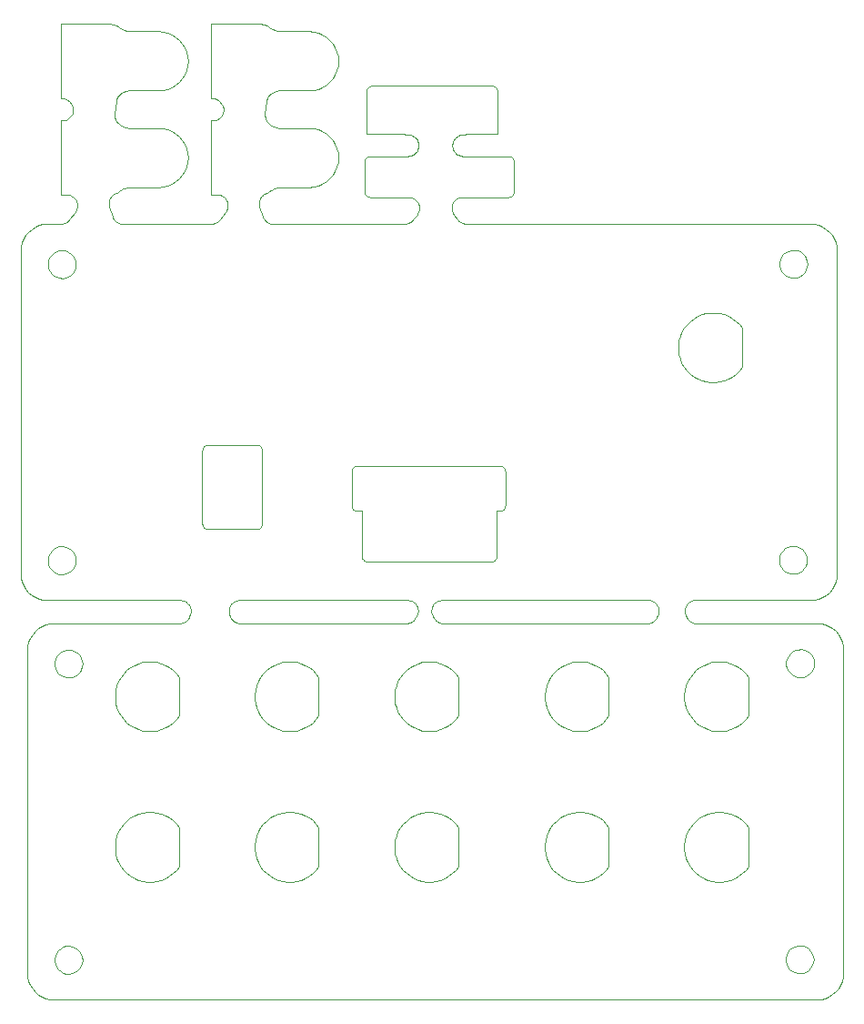
<source format=gko>
%MOIN*%
%OFA0B0*%
%FSLAX44Y44*%
%IPPOS*%
%LPD*%
%ADD10C,0*%
D10*
X00001291Y00015575D02*
X00001291Y00015575D01*
X00001180Y00015581D01*
X00001074Y00015611D01*
X00000976Y00015662D01*
X00000892Y00015734D01*
X00000825Y00015822D01*
X00000778Y00015923D01*
X00000754Y00016031D01*
X00000754Y00016141D01*
X00000778Y00016250D01*
X00000825Y00016350D01*
X00000892Y00016438D01*
X00000976Y00016510D01*
X00001074Y00016562D01*
X00001180Y00016591D01*
X00001291Y00016597D01*
X00001400Y00016579D01*
X00001503Y00016538D01*
X00001595Y00016476D01*
X00001671Y00016396D01*
X00001728Y00016301D01*
X00001763Y00016196D01*
X00001775Y00016086D01*
X00001763Y00015976D01*
X00001728Y00015871D01*
X00001671Y00015776D01*
X00001595Y00015696D01*
X00001503Y00015634D01*
X00001400Y00015593D01*
X00001291Y00015575D01*
X00028094Y00015591D02*
X00028094Y00015591D01*
X00027984Y00015597D01*
X00027877Y00015626D01*
X00027779Y00015678D01*
X00027695Y00015750D01*
X00027628Y00015838D01*
X00027581Y00015938D01*
X00027558Y00016047D01*
X00027558Y00016157D01*
X00027581Y00016265D01*
X00027628Y00016366D01*
X00027695Y00016454D01*
X00027779Y00016525D01*
X00027877Y00016577D01*
X00027984Y00016607D01*
X00028094Y00016613D01*
X00028203Y00016595D01*
X00028306Y00016554D01*
X00028398Y00016492D01*
X00028474Y00016412D01*
X00028531Y00016317D01*
X00028566Y00016212D01*
X00028578Y00016102D01*
X00028566Y00015992D01*
X00028531Y00015887D01*
X00028474Y00015792D01*
X00028398Y00015712D01*
X00028306Y00015650D01*
X00028203Y00015609D01*
X00028094Y00015591D01*
X00012460Y00016043D02*
X00012460Y00016043D01*
X00012429Y00016045D01*
X00012399Y00016052D01*
X00012371Y00016064D01*
X00012344Y00016080D01*
X00012321Y00016100D01*
X00012301Y00016124D01*
X00012285Y00016150D01*
X00012273Y00016179D01*
X00012266Y00016209D01*
X00012263Y00016240D01*
X00012263Y00017893D01*
X00012086Y00017893D01*
X00012055Y00017896D01*
X00012025Y00017903D01*
X00011997Y00017915D01*
X00011970Y00017931D01*
X00011947Y00017951D01*
X00011927Y00017974D01*
X00011911Y00018001D01*
X00011899Y00018029D01*
X00011892Y00018059D01*
X00011889Y00018090D01*
X00011889Y00019350D01*
X00011892Y00019381D01*
X00011899Y00019411D01*
X00011911Y00019439D01*
X00011927Y00019466D01*
X00011947Y00019489D01*
X00011970Y00019509D01*
X00011997Y00019525D01*
X00012025Y00019537D01*
X00012055Y00019544D01*
X00012086Y00019547D01*
X00017322Y00019547D01*
X00017353Y00019544D01*
X00017383Y00019537D01*
X00017412Y00019525D01*
X00017438Y00019509D01*
X00017462Y00019489D01*
X00017482Y00019466D01*
X00017498Y00019439D01*
X00017510Y00019411D01*
X00017517Y00019381D01*
X00017519Y00019350D01*
X00017519Y00018090D01*
X00017517Y00018059D01*
X00017510Y00018029D01*
X00017498Y00018001D01*
X00017482Y00017974D01*
X00017462Y00017951D01*
X00017438Y00017931D01*
X00017412Y00017915D01*
X00017383Y00017903D01*
X00017353Y00017896D01*
X00017322Y00017893D01*
X00017204Y00017893D01*
X00017204Y00016240D01*
X00017202Y00016209D01*
X00017195Y00016179D01*
X00017183Y00016150D01*
X00017167Y00016124D01*
X00017147Y00016100D01*
X00017123Y00016080D01*
X00017097Y00016064D01*
X00017068Y00016052D01*
X00017038Y00016045D01*
X00017007Y00016043D01*
X00012460Y00016043D01*
X00008405Y00017224D02*
X00008405Y00017224D01*
X00006614Y00017224D01*
X00006583Y00017226D01*
X00006553Y00017234D01*
X00006524Y00017245D01*
X00006498Y00017262D01*
X00006474Y00017282D01*
X00006454Y00017305D01*
X00006438Y00017331D01*
X00006426Y00017360D01*
X00006419Y00017390D01*
X00006417Y00017421D01*
X00006417Y00020118D01*
X00006419Y00020148D01*
X00006426Y00020178D01*
X00006438Y00020207D01*
X00006454Y00020233D01*
X00006474Y00020257D01*
X00006498Y00020277D01*
X00006524Y00020293D01*
X00006553Y00020305D01*
X00006583Y00020312D01*
X00006614Y00020314D01*
X00008405Y00020314D01*
X00008436Y00020312D01*
X00008466Y00020305D01*
X00008494Y00020293D01*
X00008521Y00020277D01*
X00008544Y00020257D01*
X00008564Y00020233D01*
X00008580Y00020207D01*
X00008592Y00020178D01*
X00008599Y00020148D01*
X00008602Y00020118D01*
X00008602Y00017421D01*
X00008599Y00017390D01*
X00008592Y00017360D01*
X00008580Y00017331D01*
X00008564Y00017305D01*
X00008544Y00017282D01*
X00008521Y00017262D01*
X00008494Y00017245D01*
X00008466Y00017234D01*
X00008436Y00017226D01*
X00008405Y00017224D01*
X00025214Y00022602D02*
X00025214Y00022602D01*
X00025047Y00022602D01*
X00024881Y00022624D01*
X00024719Y00022668D01*
X00024565Y00022732D01*
X00024420Y00022815D01*
X00024287Y00022917D01*
X00024169Y00023036D01*
X00024067Y00023168D01*
X00023983Y00023313D01*
X00023919Y00023468D01*
X00023876Y00023630D01*
X00023854Y00023795D01*
X00023854Y00023963D01*
X00023876Y00024129D01*
X00023919Y00024290D01*
X00023983Y00024445D01*
X00024067Y00024590D01*
X00024169Y00024722D01*
X00024287Y00024841D01*
X00024420Y00024943D01*
X00024565Y00025027D01*
X00024719Y00025091D01*
X00024881Y00025134D01*
X00025047Y00025156D01*
X00025214Y00025156D01*
X00025380Y00025135D01*
X00025541Y00025091D01*
X00025696Y00025028D01*
X00025841Y00024944D01*
X00025974Y00024842D01*
X00026092Y00024724D01*
X00026194Y00024592D01*
X00026194Y00023167D01*
X00026092Y00023034D01*
X00025974Y00022916D01*
X00025841Y00022814D01*
X00025696Y00022731D01*
X00025541Y00022667D01*
X00025380Y00022624D01*
X00025214Y00022602D01*
X00001295Y00026422D02*
X00001295Y00026422D01*
X00001184Y00026428D01*
X00001078Y00026457D01*
X00000980Y00026509D01*
X00000896Y00026581D01*
X00000829Y00026669D01*
X00000782Y00026769D01*
X00000758Y00026877D01*
X00000758Y00026988D01*
X00000782Y00027096D01*
X00000829Y00027196D01*
X00000896Y00027285D01*
X00000980Y00027356D01*
X00001078Y00027408D01*
X00001184Y00027438D01*
X00001295Y00027444D01*
X00001404Y00027426D01*
X00001507Y00027385D01*
X00001599Y00027323D01*
X00001675Y00027242D01*
X00001732Y00027147D01*
X00001767Y00027043D01*
X00001779Y00026933D01*
X00001767Y00026823D01*
X00001732Y00026718D01*
X00001675Y00026623D01*
X00001599Y00026542D01*
X00001507Y00026480D01*
X00001404Y00026439D01*
X00001295Y00026422D01*
X00028110Y00026433D02*
X00028110Y00026433D01*
X00027999Y00026439D01*
X00027893Y00026469D01*
X00027795Y00026521D01*
X00027711Y00026592D01*
X00027644Y00026681D01*
X00027597Y00026781D01*
X00027573Y00026889D01*
X00027573Y00027000D01*
X00027597Y00027108D01*
X00027644Y00027208D01*
X00027711Y00027296D01*
X00027795Y00027368D01*
X00027893Y00027420D01*
X00027999Y00027449D01*
X00028110Y00027455D01*
X00028219Y00027438D01*
X00028322Y00027397D01*
X00028414Y00027334D01*
X00028490Y00027254D01*
X00028547Y00027159D01*
X00028582Y00027054D01*
X00028594Y00026944D01*
X00028582Y00026834D01*
X00028547Y00026729D01*
X00028490Y00026635D01*
X00028414Y00026554D01*
X00028322Y00026492D01*
X00028219Y00026451D01*
X00028110Y00026433D01*
X00003496Y00028409D02*
X00003496Y00028409D01*
X00006740Y00028409D01*
X00006758Y00028409D01*
X00006776Y00028411D01*
X00006794Y00028413D01*
X00006812Y00028416D01*
X00006830Y00028419D01*
X00006848Y00028424D01*
X00006865Y00028429D01*
X00006882Y00028436D01*
X00006899Y00028443D01*
X00006916Y00028450D01*
X00006932Y00028459D01*
X00006947Y00028468D01*
X00006963Y00028478D01*
X00006977Y00028489D01*
X00006992Y00028500D01*
X00007005Y00028512D01*
X00007019Y00028525D01*
X00007031Y00028538D01*
X00007043Y00028552D01*
X00007054Y00028566D01*
X00007266Y00028848D01*
X00007290Y00028884D01*
X00007311Y00028923D01*
X00007326Y00028964D01*
X00007337Y00029006D01*
X00007344Y00029049D01*
X00007345Y00029092D01*
X00007342Y00029136D01*
X00007334Y00029179D01*
X00007321Y00029220D01*
X00007304Y00029260D01*
X00007282Y00029298D01*
X00007257Y00029333D01*
X00007227Y00029366D01*
X00007195Y00029394D01*
X00007159Y00029419D01*
X00007121Y00029440D01*
X00007080Y00029457D01*
X00007038Y00029469D01*
X00006995Y00029476D01*
X00006952Y00029478D01*
X00006736Y00029479D01*
X00006736Y00032191D01*
X00006797Y00032191D01*
X00006845Y00032194D01*
X00006893Y00032203D01*
X00006939Y00032218D01*
X00006983Y00032238D01*
X00007024Y00032263D01*
X00007062Y00032293D01*
X00007095Y00032328D01*
X00007125Y00032367D01*
X00007149Y00032409D01*
X00007168Y00032453D01*
X00007181Y00032499D01*
X00007189Y00032547D01*
X00007190Y00032596D01*
X00007186Y00032644D01*
X00007176Y00032691D01*
X00007160Y00032737D01*
X00007139Y00032780D01*
X00007112Y00032821D01*
X00007081Y00032857D01*
X00007045Y00032890D01*
X00006992Y00032934D01*
X00006981Y00032942D01*
X00006971Y00032950D01*
X00006960Y00032957D01*
X00006948Y00032964D01*
X00006937Y00032971D01*
X00006925Y00032978D01*
X00006913Y00032984D01*
X00006901Y00032989D01*
X00006888Y00032994D01*
X00006876Y00032999D01*
X00006863Y00033003D01*
X00006850Y00033007D01*
X00006837Y00033011D01*
X00006824Y00033014D01*
X00006811Y00033016D01*
X00006797Y00033018D01*
X00006784Y00033020D01*
X00006771Y00033021D01*
X00006757Y00033022D01*
X00006744Y00033022D01*
X00006736Y00033022D01*
X00006736Y00035734D01*
X00008487Y00035734D01*
X00008533Y00035732D01*
X00008578Y00035727D01*
X00008623Y00035719D01*
X00008667Y00035708D01*
X00008711Y00035694D01*
X00008754Y00035678D01*
X00008796Y00035659D01*
X00008836Y00035638D01*
X00008875Y00035614D01*
X00008913Y00035588D01*
X00008946Y00035564D01*
X00008981Y00035543D01*
X00009018Y00035524D01*
X00009055Y00035507D01*
X00009093Y00035493D01*
X00009133Y00035481D01*
X00009173Y00035472D01*
X00009213Y00035465D01*
X00009254Y00035461D01*
X00009295Y00035460D01*
X00010318Y00035460D01*
X00010488Y00035447D01*
X00010653Y00035407D01*
X00010810Y00035342D01*
X00010954Y00035253D01*
X00011084Y00035143D01*
X00011194Y00035014D01*
X00011283Y00034869D01*
X00011348Y00034712D01*
X00011387Y00034547D01*
X00011401Y00034378D01*
X00011387Y00034209D01*
X00011348Y00034044D01*
X00011283Y00033887D01*
X00011194Y00033742D01*
X00011084Y00033613D01*
X00010954Y00033502D01*
X00010810Y00033414D01*
X00010653Y00033349D01*
X00010488Y00033309D01*
X00010318Y00033296D01*
X00010318Y00033296D01*
X00009295Y00033296D01*
X00009255Y00033295D01*
X00009215Y00033291D01*
X00009175Y00033285D01*
X00009136Y00033276D01*
X00009098Y00033265D01*
X00009060Y00033251D01*
X00009024Y00033235D01*
X00008988Y00033217D01*
X00008954Y00033196D01*
X00008939Y00033186D01*
X00008939Y00033186D01*
X00008925Y00033176D01*
X00008912Y00033166D01*
X00008899Y00033155D01*
X00008887Y00033143D01*
X00008875Y00033131D01*
X00008864Y00033119D01*
X00008853Y00033106D01*
X00008843Y00033092D01*
X00008834Y00033079D01*
X00008825Y00033064D01*
X00008816Y00033050D01*
X00008809Y00033035D01*
X00008801Y00033019D01*
X00008795Y00033004D01*
X00008789Y00032988D01*
X00008784Y00032972D01*
X00008780Y00032956D01*
X00008776Y00032939D01*
X00008773Y00032923D01*
X00008771Y00032906D01*
X00008717Y00032432D01*
X00008716Y00032411D01*
X00008715Y00032390D01*
X00008715Y00032369D01*
X00008717Y00032348D01*
X00008720Y00032327D01*
X00008723Y00032306D01*
X00008728Y00032285D01*
X00008735Y00032265D01*
X00008742Y00032245D01*
X00008750Y00032226D01*
X00008759Y00032207D01*
X00008769Y00032188D01*
X00008781Y00032170D01*
X00008793Y00032153D01*
X00008806Y00032136D01*
X00008820Y00032120D01*
X00008835Y00032105D01*
X00008850Y00032091D01*
X00008867Y00032077D01*
X00008884Y00032065D01*
X00008884Y00032065D01*
X00008913Y00032045D01*
X00008946Y00032021D01*
X00008981Y00031999D01*
X00009018Y00031980D01*
X00009055Y00031964D01*
X00009093Y00031949D01*
X00009133Y00031938D01*
X00009173Y00031929D01*
X00009213Y00031922D01*
X00009254Y00031918D01*
X00009295Y00031917D01*
X00010318Y00031917D01*
X00010488Y00031904D01*
X00010653Y00031864D01*
X00010810Y00031799D01*
X00010954Y00031710D01*
X00011084Y00031600D01*
X00011194Y00031471D01*
X00011283Y00031326D01*
X00011348Y00031169D01*
X00011387Y00031004D01*
X00011401Y00030835D01*
X00011387Y00030665D01*
X00011348Y00030500D01*
X00011283Y00030343D01*
X00011194Y00030199D01*
X00011084Y00030069D01*
X00010954Y00029959D01*
X00010810Y00029870D01*
X00010653Y00029805D01*
X00010488Y00029766D01*
X00010318Y00029752D01*
X00010318Y00029753D01*
X00009295Y00029753D01*
X00009255Y00029752D01*
X00009215Y00029748D01*
X00009175Y00029742D01*
X00009136Y00029733D01*
X00009098Y00029721D01*
X00009060Y00029708D01*
X00009024Y00029692D01*
X00008988Y00029673D01*
X00008954Y00029653D01*
X00008921Y00029630D01*
X00008883Y00029603D01*
X00008843Y00029578D01*
X00008802Y00029556D01*
X00008760Y00029536D01*
X00008749Y00029532D01*
X00008722Y00029520D01*
X00008696Y00029507D01*
X00008671Y00029491D01*
X00008647Y00029473D01*
X00008624Y00029454D01*
X00008603Y00029433D01*
X00008584Y00029410D01*
X00008566Y00029386D01*
X00008551Y00029361D01*
X00008537Y00029335D01*
X00008525Y00029308D01*
X00008515Y00029280D01*
X00008508Y00029251D01*
X00008503Y00029222D01*
X00008499Y00029192D01*
X00008498Y00029163D01*
X00008500Y00029133D01*
X00008503Y00029104D01*
X00008509Y00029075D01*
X00008517Y00029046D01*
X00008632Y00028683D01*
X00008640Y00028660D01*
X00008650Y00028637D01*
X00008661Y00028615D01*
X00008674Y00028593D01*
X00008688Y00028573D01*
X00008703Y00028553D01*
X00008719Y00028534D01*
X00008737Y00028517D01*
X00008755Y00028500D01*
X00008775Y00028485D01*
X00008795Y00028471D01*
X00008817Y00028458D01*
X00008839Y00028447D01*
X00008862Y00028437D01*
X00008885Y00028428D01*
X00008909Y00028421D01*
X00008933Y00028416D01*
X00008958Y00028412D01*
X00008983Y00028410D01*
X00009007Y00028409D01*
X00013826Y00028409D01*
X00013826Y00028409D01*
X00013844Y00028409D01*
X00013862Y00028411D01*
X00013880Y00028413D01*
X00013898Y00028416D01*
X00013916Y00028419D01*
X00013933Y00028424D01*
X00013951Y00028429D01*
X00013968Y00028435D01*
X00013984Y00028442D01*
X00014001Y00028450D01*
X00014017Y00028458D01*
X00014032Y00028467D01*
X00014048Y00028477D01*
X00014062Y00028488D01*
X00014076Y00028499D01*
X00014090Y00028510D01*
X00014103Y00028523D01*
X00014116Y00028536D01*
X00014128Y00028549D01*
X00014139Y00028564D01*
X00014287Y00028756D01*
X00014311Y00028793D01*
X00014332Y00028831D01*
X00014348Y00028872D01*
X00014359Y00028914D01*
X00014366Y00028958D01*
X00014367Y00029001D01*
X00014364Y00029045D01*
X00014356Y00029088D01*
X00014344Y00029130D01*
X00014327Y00029170D01*
X00014305Y00029208D01*
X00014279Y00029244D01*
X00014250Y00029276D01*
X00014217Y00029305D01*
X00014181Y00029330D01*
X00014143Y00029351D01*
X00014103Y00029368D01*
X00014061Y00029380D01*
X00014017Y00029387D01*
X00013974Y00029389D01*
X00012559Y00029389D01*
X00012528Y00029392D01*
X00012498Y00029399D01*
X00012469Y00029411D01*
X00012443Y00029427D01*
X00012419Y00029447D01*
X00012399Y00029470D01*
X00012383Y00029497D01*
X00012371Y00029525D01*
X00012364Y00029555D01*
X00012362Y00029586D01*
X00012362Y00030688D01*
X00012364Y00030719D01*
X00012371Y00030749D01*
X00012383Y00030778D01*
X00012399Y00030804D01*
X00012419Y00030828D01*
X00012443Y00030848D01*
X00012469Y00030864D01*
X00012498Y00030876D01*
X00012528Y00030883D01*
X00012559Y00030885D01*
X00013949Y00030885D01*
X00014008Y00030890D01*
X00014066Y00030903D01*
X00014121Y00030925D01*
X00014172Y00030955D01*
X00014218Y00030992D01*
X00014258Y00031036D01*
X00014291Y00031085D01*
X00014317Y00031138D01*
X00014334Y00031195D01*
X00014342Y00031254D01*
X00014341Y00031313D01*
X00014332Y00031372D01*
X00014313Y00031428D01*
X00014287Y00031481D01*
X00014253Y00031530D01*
X00014212Y00031572D01*
X00014165Y00031608D01*
X00014113Y00031637D01*
X00014057Y00031658D01*
X00013999Y00031670D01*
X00013846Y00031689D01*
X00013843Y00031690D01*
X00013841Y00031690D01*
X00013838Y00031690D01*
X00013836Y00031690D01*
X00013833Y00031691D01*
X00013831Y00031691D01*
X00013828Y00031691D01*
X00013826Y00031691D01*
X00013823Y00031691D01*
X00013821Y00031692D01*
X00013818Y00031692D01*
X00013816Y00031692D01*
X00013813Y00031692D01*
X00013811Y00031692D01*
X00013808Y00031692D01*
X00013806Y00031692D01*
X00013803Y00031692D01*
X00013801Y00031692D01*
X00013798Y00031692D01*
X00013796Y00031692D01*
X00012440Y00031692D01*
X00012440Y00033267D01*
X00012443Y00033298D01*
X00012450Y00033328D01*
X00012462Y00033357D01*
X00012478Y00033383D01*
X00012498Y00033406D01*
X00012522Y00033426D01*
X00012548Y00033443D01*
X00012576Y00033454D01*
X00012607Y00033462D01*
X00012637Y00033464D01*
X00017027Y00033464D01*
X00017058Y00033462D01*
X00017088Y00033454D01*
X00017116Y00033443D01*
X00017143Y00033426D01*
X00017166Y00033406D01*
X00017186Y00033383D01*
X00017202Y00033357D01*
X00017214Y00033328D01*
X00017221Y00033298D01*
X00017224Y00033267D01*
X00017224Y00031692D01*
X00016125Y00031692D01*
X00016122Y00031692D01*
X00016120Y00031692D01*
X00016117Y00031692D01*
X00016115Y00031692D01*
X00016112Y00031692D01*
X00016110Y00031692D01*
X00016107Y00031692D01*
X00016105Y00031692D01*
X00016102Y00031692D01*
X00016100Y00031692D01*
X00016097Y00031691D01*
X00016095Y00031691D01*
X00016092Y00031691D01*
X00016090Y00031691D01*
X00016087Y00031691D01*
X00016085Y00031690D01*
X00016082Y00031690D01*
X00016080Y00031690D01*
X00016077Y00031690D01*
X00016075Y00031689D01*
X00015921Y00031670D01*
X00015863Y00031658D01*
X00015808Y00031637D01*
X00015756Y00031608D01*
X00015709Y00031572D01*
X00015668Y00031530D01*
X00015633Y00031481D01*
X00015607Y00031428D01*
X00015589Y00031372D01*
X00015579Y00031313D01*
X00015578Y00031254D01*
X00015587Y00031195D01*
X00015604Y00031138D01*
X00015629Y00031085D01*
X00015662Y00031036D01*
X00015702Y00030992D01*
X00015748Y00030955D01*
X00015799Y00030925D01*
X00015855Y00030903D01*
X00015912Y00030890D01*
X00015971Y00030885D01*
X00017637Y00030885D01*
X00017668Y00030883D01*
X00017698Y00030876D01*
X00017727Y00030864D01*
X00017753Y00030848D01*
X00017776Y00030828D01*
X00017797Y00030804D01*
X00017813Y00030778D01*
X00017825Y00030749D01*
X00017832Y00030719D01*
X00017834Y00030688D01*
X00017834Y00029586D01*
X00017832Y00029555D01*
X00017825Y00029525D01*
X00017813Y00029497D01*
X00017797Y00029470D01*
X00017776Y00029447D01*
X00017753Y00029427D01*
X00017727Y00029411D01*
X00017698Y00029399D01*
X00017668Y00029392D01*
X00017637Y00029389D01*
X00015947Y00029389D01*
X00015903Y00029387D01*
X00015860Y00029380D01*
X00015818Y00029368D01*
X00015777Y00029351D01*
X00015739Y00029330D01*
X00015703Y00029305D01*
X00015670Y00029276D01*
X00015641Y00029244D01*
X00015615Y00029208D01*
X00015594Y00029170D01*
X00015576Y00029130D01*
X00015564Y00029088D01*
X00015556Y00029045D01*
X00015553Y00029001D01*
X00015555Y00028958D01*
X00015561Y00028914D01*
X00015573Y00028872D01*
X00015589Y00028831D01*
X00015609Y00028793D01*
X00015634Y00028756D01*
X00015781Y00028564D01*
X00015792Y00028549D01*
X00015804Y00028536D01*
X00015817Y00028523D01*
X00015830Y00028510D01*
X00015844Y00028499D01*
X00015858Y00028488D01*
X00015873Y00028477D01*
X00015888Y00028467D01*
X00015904Y00028458D01*
X00015920Y00028450D01*
X00015936Y00028442D01*
X00015953Y00028435D01*
X00015970Y00028429D01*
X00015987Y00028424D01*
X00016004Y00028419D01*
X00016022Y00028416D01*
X00016040Y00028413D01*
X00016058Y00028411D01*
X00016076Y00028409D01*
X00016094Y00028409D01*
X00016094Y00028409D01*
X00028692Y00028409D01*
X00028692Y00028409D01*
X00028846Y00028397D01*
X00028995Y00028361D01*
X00029137Y00028302D01*
X00029269Y00028222D01*
X00029386Y00028122D01*
X00029486Y00028005D01*
X00029566Y00027874D01*
X00029625Y00027732D01*
X00029661Y00027582D01*
X00029673Y00027429D01*
X00029673Y00015614D01*
X00029661Y00015460D01*
X00029625Y00015311D01*
X00029566Y00015169D01*
X00029486Y00015037D01*
X00029386Y00014920D01*
X00029269Y00014821D01*
X00029137Y00014740D01*
X00028995Y00014681D01*
X00028846Y00014645D01*
X00028692Y00014633D01*
X00024492Y00014633D01*
X00024452Y00014631D01*
X00024413Y00014625D01*
X00024374Y00014615D01*
X00024337Y00014601D01*
X00024301Y00014584D01*
X00024268Y00014563D01*
X00024236Y00014538D01*
X00024207Y00014511D01*
X00024181Y00014481D01*
X00024158Y00014449D01*
X00024139Y00014414D01*
X00024123Y00014378D01*
X00024111Y00014340D01*
X00024103Y00014301D01*
X00024099Y00014261D01*
X00024098Y00014222D01*
X00024102Y00014182D01*
X00024110Y00014143D01*
X00024122Y00014105D01*
X00024137Y00014068D01*
X00024169Y00014002D01*
X00024179Y00013982D01*
X00024190Y00013963D01*
X00024202Y00013945D01*
X00024216Y00013927D01*
X00024230Y00013911D01*
X00024245Y00013894D01*
X00024261Y00013879D01*
X00024278Y00013865D01*
X00024296Y00013852D01*
X00024314Y00013839D01*
X00024333Y00013828D01*
X00024353Y00013818D01*
X00024373Y00013809D01*
X00024394Y00013801D01*
X00024415Y00013794D01*
X00024436Y00013789D01*
X00024458Y00013785D01*
X00024480Y00013782D01*
X00024502Y00013780D01*
X00024524Y00013779D01*
X00028937Y00013779D01*
X00028937Y00013779D01*
X00029090Y00013767D01*
X00029239Y00013731D01*
X00029382Y00013672D01*
X00029513Y00013592D01*
X00029630Y00013492D01*
X00029730Y00013375D01*
X00029810Y00013244D01*
X00029869Y00013102D01*
X00029905Y00012952D01*
X00029917Y00012799D01*
X00029917Y00000984D01*
X00029905Y00000830D01*
X00029869Y00000681D01*
X00029810Y00000539D01*
X00029730Y00000408D01*
X00029630Y00000291D01*
X00029513Y00000191D01*
X00029382Y00000110D01*
X00029239Y00000051D01*
X00029090Y00000016D01*
X00028937Y00000003D01*
X00000980Y00000000D01*
X00000980Y00000000D01*
X00000826Y00000012D01*
X00000677Y00000047D01*
X00000535Y00000106D01*
X00000404Y00000187D01*
X00000287Y00000287D01*
X00000187Y00000404D01*
X00000106Y00000535D01*
X00000047Y00000677D01*
X00000012Y00000826D01*
X00000000Y00000980D01*
X00000000Y00012799D01*
X00000012Y00012952D01*
X00000047Y00013102D01*
X00000106Y00013244D01*
X00000187Y00013375D01*
X00000287Y00013492D01*
X00000404Y00013592D01*
X00000535Y00013672D01*
X00000677Y00013731D01*
X00000826Y00013767D01*
X00000980Y00013779D01*
X00005579Y00013779D01*
X00005579Y00013779D01*
X00005602Y00013780D01*
X00005626Y00013782D01*
X00005649Y00013785D01*
X00005673Y00013790D01*
X00005695Y00013797D01*
X00005718Y00013804D01*
X00005740Y00013813D01*
X00005761Y00013824D01*
X00005781Y00013835D01*
X00005801Y00013848D01*
X00005820Y00013862D01*
X00005839Y00013877D01*
X00005856Y00013893D01*
X00005872Y00013910D01*
X00005887Y00013928D01*
X00005902Y00013947D01*
X00005915Y00013967D01*
X00005926Y00013988D01*
X00005937Y00014009D01*
X00005946Y00014031D01*
X00005971Y00014094D01*
X00005983Y00014130D01*
X00005991Y00014168D01*
X00005996Y00014206D01*
X00005997Y00014244D01*
X00005995Y00014282D01*
X00005988Y00014319D01*
X00005978Y00014356D01*
X00005965Y00014392D01*
X00005948Y00014426D01*
X00005928Y00014459D01*
X00005905Y00014489D01*
X00005879Y00014517D01*
X00005851Y00014543D01*
X00005820Y00014565D01*
X00005787Y00014585D01*
X00005752Y00014601D01*
X00005716Y00014614D01*
X00005679Y00014623D01*
X00005642Y00014628D01*
X00005603Y00014630D01*
X00005603Y00014630D01*
X00000736Y00014629D01*
X00000736Y00014629D01*
X00000582Y00014641D01*
X00000433Y00014677D01*
X00000291Y00014736D01*
X00000160Y00014817D01*
X00000043Y00014917D01*
X-00000056Y00015034D01*
X-00000137Y00015165D01*
X-00000196Y00015307D01*
X-00000232Y00015456D01*
X-00000244Y00015610D01*
X-00000244Y00027429D01*
X-00000232Y00027582D01*
X-00000196Y00027732D01*
X-00000137Y00027874D01*
X-00000056Y00028005D01*
X00000043Y00028122D01*
X00000160Y00028222D01*
X00000291Y00028302D01*
X00000433Y00028361D01*
X00000582Y00028397D01*
X00000736Y00028409D01*
X00001228Y00028409D01*
X00001228Y00028409D01*
X00001246Y00028409D01*
X00001264Y00028411D01*
X00001282Y00028413D01*
X00001300Y00028416D01*
X00001318Y00028419D01*
X00001336Y00028424D01*
X00001353Y00028429D01*
X00001370Y00028436D01*
X00001387Y00028443D01*
X00001404Y00028450D01*
X00001420Y00028459D01*
X00001436Y00028468D01*
X00001451Y00028478D01*
X00001466Y00028489D01*
X00001480Y00028500D01*
X00001494Y00028512D01*
X00001507Y00028525D01*
X00001519Y00028538D01*
X00001531Y00028552D01*
X00001543Y00028566D01*
X00001754Y00028848D01*
X00001779Y00028884D01*
X00001799Y00028923D01*
X00001814Y00028964D01*
X00001825Y00029006D01*
X00001832Y00029049D01*
X00001833Y00029092D01*
X00001830Y00029136D01*
X00001822Y00029179D01*
X00001809Y00029220D01*
X00001792Y00029260D01*
X00001770Y00029298D01*
X00001745Y00029333D01*
X00001715Y00029366D01*
X00001683Y00029394D01*
X00001647Y00029419D01*
X00001609Y00029440D01*
X00001568Y00029457D01*
X00001527Y00029469D01*
X00001484Y00029476D01*
X00001440Y00029478D01*
X00001224Y00029479D01*
X00001224Y00032191D01*
X00001285Y00032191D01*
X00001333Y00032194D01*
X00001381Y00032203D01*
X00001427Y00032218D01*
X00001471Y00032238D01*
X00001512Y00032263D01*
X00001550Y00032293D01*
X00001584Y00032328D01*
X00001613Y00032367D01*
X00001637Y00032409D01*
X00001656Y00032453D01*
X00001669Y00032499D01*
X00001677Y00032547D01*
X00001679Y00032596D01*
X00001674Y00032644D01*
X00001664Y00032691D01*
X00001648Y00032737D01*
X00001627Y00032780D01*
X00001600Y00032821D01*
X00001569Y00032857D01*
X00001533Y00032890D01*
X00001480Y00032934D01*
X00001470Y00032942D01*
X00001459Y00032950D01*
X00001448Y00032957D01*
X00001436Y00032964D01*
X00001425Y00032971D01*
X00001413Y00032978D01*
X00001401Y00032984D01*
X00001389Y00032989D01*
X00001376Y00032994D01*
X00001364Y00032999D01*
X00001351Y00033003D01*
X00001338Y00033007D01*
X00001325Y00033011D01*
X00001312Y00033014D01*
X00001299Y00033016D01*
X00001286Y00033018D01*
X00001272Y00033020D01*
X00001259Y00033021D01*
X00001246Y00033022D01*
X00001232Y00033022D01*
X00001224Y00033022D01*
X00001224Y00035734D01*
X00002975Y00035734D01*
X00003021Y00035732D01*
X00003066Y00035727D01*
X00003111Y00035719D01*
X00003156Y00035708D01*
X00003199Y00035694D01*
X00003242Y00035678D01*
X00003284Y00035659D01*
X00003324Y00035638D01*
X00003364Y00035614D01*
X00003401Y00035588D01*
X00003435Y00035564D01*
X00003469Y00035543D01*
X00003506Y00035524D01*
X00003543Y00035507D01*
X00003582Y00035493D01*
X00003621Y00035481D01*
X00003661Y00035472D01*
X00003701Y00035465D01*
X00003742Y00035461D01*
X00003783Y00035460D01*
X00004807Y00035460D01*
X00004976Y00035447D01*
X00005141Y00035407D01*
X00005298Y00035342D01*
X00005443Y00035253D01*
X00005572Y00035143D01*
X00005682Y00035014D01*
X00005771Y00034869D01*
X00005836Y00034712D01*
X00005875Y00034547D01*
X00005889Y00034378D01*
X00005875Y00034209D01*
X00005836Y00034044D01*
X00005771Y00033887D01*
X00005682Y00033742D01*
X00005572Y00033613D01*
X00005443Y00033502D01*
X00005298Y00033414D01*
X00005141Y00033349D01*
X00004976Y00033309D01*
X00004807Y00033296D01*
X00004807Y00033296D01*
X00003783Y00033296D01*
X00003743Y00033295D01*
X00003703Y00033291D01*
X00003664Y00033285D01*
X00003625Y00033276D01*
X00003586Y00033265D01*
X00003549Y00033251D01*
X00003512Y00033235D01*
X00003476Y00033217D01*
X00003442Y00033196D01*
X00003427Y00033186D01*
X00003427Y00033186D01*
X00003414Y00033176D01*
X00003400Y00033166D01*
X00003388Y00033155D01*
X00003375Y00033143D01*
X00003364Y00033131D01*
X00003352Y00033119D01*
X00003342Y00033106D01*
X00003331Y00033092D01*
X00003322Y00033079D01*
X00003313Y00033064D01*
X00003304Y00033050D01*
X00003297Y00033035D01*
X00003290Y00033019D01*
X00003283Y00033004D01*
X00003278Y00032988D01*
X00003272Y00032972D01*
X00003268Y00032956D01*
X00003264Y00032939D01*
X00003261Y00032923D01*
X00003259Y00032906D01*
X00003206Y00032432D01*
X00003204Y00032411D01*
X00003203Y00032390D01*
X00003203Y00032369D01*
X00003205Y00032348D01*
X00003208Y00032327D01*
X00003212Y00032306D01*
X00003217Y00032285D01*
X00003223Y00032265D01*
X00003230Y00032245D01*
X00003238Y00032226D01*
X00003247Y00032207D01*
X00003258Y00032188D01*
X00003269Y00032170D01*
X00003281Y00032153D01*
X00003294Y00032136D01*
X00003308Y00032120D01*
X00003323Y00032105D01*
X00003339Y00032091D01*
X00003355Y00032077D01*
X00003372Y00032065D01*
X00003372Y00032065D01*
X00003401Y00032045D01*
X00003435Y00032021D01*
X00003469Y00031999D01*
X00003506Y00031980D01*
X00003543Y00031964D01*
X00003582Y00031949D01*
X00003621Y00031938D01*
X00003661Y00031929D01*
X00003701Y00031922D01*
X00003742Y00031918D01*
X00003783Y00031917D01*
X00004807Y00031917D01*
X00004976Y00031904D01*
X00005141Y00031864D01*
X00005298Y00031799D01*
X00005443Y00031710D01*
X00005572Y00031600D01*
X00005682Y00031471D01*
X00005771Y00031326D01*
X00005836Y00031169D01*
X00005875Y00031004D01*
X00005889Y00030835D01*
X00005875Y00030665D01*
X00005836Y00030500D01*
X00005771Y00030343D01*
X00005682Y00030199D01*
X00005572Y00030069D01*
X00005443Y00029959D01*
X00005298Y00029870D01*
X00005141Y00029805D01*
X00004976Y00029766D01*
X00004807Y00029752D01*
X00004807Y00029753D01*
X00003783Y00029753D01*
X00003743Y00029752D01*
X00003703Y00029748D01*
X00003664Y00029742D01*
X00003625Y00029733D01*
X00003586Y00029721D01*
X00003549Y00029708D01*
X00003512Y00029692D01*
X00003476Y00029673D01*
X00003442Y00029653D01*
X00003409Y00029630D01*
X00003371Y00029603D01*
X00003331Y00029578D01*
X00003290Y00029556D01*
X00003248Y00029536D01*
X00003238Y00029532D01*
X00003238Y00029532D01*
X00003210Y00029520D01*
X00003184Y00029507D01*
X00003159Y00029491D01*
X00003135Y00029473D01*
X00003113Y00029454D01*
X00003092Y00029433D01*
X00003072Y00029410D01*
X00003055Y00029386D01*
X00003039Y00029361D01*
X00003025Y00029335D01*
X00003013Y00029308D01*
X00003004Y00029280D01*
X00002996Y00029251D01*
X00002991Y00029222D01*
X00002988Y00029192D01*
X00002987Y00029163D01*
X00002988Y00029133D01*
X00002991Y00029104D01*
X00002997Y00029075D01*
X00003005Y00029046D01*
X00003120Y00028683D01*
X00003129Y00028660D01*
X00003138Y00028637D01*
X00003150Y00028615D01*
X00003162Y00028593D01*
X00003176Y00028573D01*
X00003191Y00028553D01*
X00003207Y00028534D01*
X00003225Y00028517D01*
X00003244Y00028500D01*
X00003263Y00028485D01*
X00003284Y00028471D01*
X00003305Y00028458D01*
X00003327Y00028447D01*
X00003350Y00028437D01*
X00003373Y00028428D01*
X00003397Y00028421D01*
X00003421Y00028416D01*
X00003446Y00028412D01*
X00003471Y00028410D01*
X00003496Y00028409D01*
X00007781Y00014630D02*
X00007781Y00014630D01*
X00013926Y00014631D01*
X00013926Y00014631D01*
X00013968Y00014629D01*
X00014010Y00014622D01*
X00014051Y00014611D01*
X00014090Y00014596D01*
X00014127Y00014576D01*
X00014162Y00014553D01*
X00014195Y00014526D01*
X00014224Y00014495D01*
X00014250Y00014462D01*
X00014272Y00014426D01*
X00014290Y00014388D01*
X00014304Y00014348D01*
X00014314Y00014307D01*
X00014319Y00014265D01*
X00014320Y00014223D01*
X00014316Y00014181D01*
X00014308Y00014140D01*
X00014295Y00014099D01*
X00014278Y00014061D01*
X00014257Y00014024D01*
X00014215Y00013959D01*
X00014204Y00013943D01*
X00014192Y00013927D01*
X00014180Y00013912D01*
X00014166Y00013898D01*
X00014152Y00013884D01*
X00014138Y00013871D01*
X00014122Y00013859D01*
X00014106Y00013847D01*
X00014090Y00013837D01*
X00014073Y00013827D01*
X00014055Y00013818D01*
X00014037Y00013810D01*
X00014019Y00013803D01*
X00014001Y00013797D01*
X00013982Y00013791D01*
X00013963Y00013787D01*
X00013943Y00013783D01*
X00013924Y00013781D01*
X00013904Y00013780D01*
X00013885Y00013779D01*
X00013885Y00013779D01*
X00007806Y00013779D01*
X00007806Y00013779D01*
X00007782Y00013780D01*
X00007759Y00013782D01*
X00007735Y00013785D01*
X00007712Y00013790D01*
X00007689Y00013797D01*
X00007667Y00013804D01*
X00007645Y00013813D01*
X00007624Y00013824D01*
X00007603Y00013835D01*
X00007583Y00013848D01*
X00007564Y00013862D01*
X00007546Y00013877D01*
X00007529Y00013893D01*
X00007512Y00013910D01*
X00007497Y00013929D01*
X00007483Y00013948D01*
X00007470Y00013967D01*
X00007458Y00013988D01*
X00007448Y00014009D01*
X00007439Y00014031D01*
X00007414Y00014095D01*
X00007402Y00014131D01*
X00007394Y00014168D01*
X00007389Y00014206D01*
X00007388Y00014244D01*
X00007390Y00014283D01*
X00007397Y00014320D01*
X00007406Y00014357D01*
X00007420Y00014393D01*
X00007437Y00014427D01*
X00007457Y00014459D01*
X00007480Y00014490D01*
X00007506Y00014518D01*
X00007534Y00014543D01*
X00007565Y00014566D01*
X00007598Y00014585D01*
X00007632Y00014601D01*
X00007668Y00014614D01*
X00007705Y00014623D01*
X00007743Y00014629D01*
X00007781Y00014630D01*
X00001535Y00000945D02*
X00001535Y00000945D01*
X00001425Y00000951D01*
X00001318Y00000981D01*
X00001220Y00001033D01*
X00001136Y00001104D01*
X00001069Y00001192D01*
X00001022Y00001293D01*
X00000999Y00001401D01*
X00000999Y00001512D01*
X00001022Y00001620D01*
X00001069Y00001720D01*
X00001136Y00001808D01*
X00001220Y00001880D01*
X00001318Y00001932D01*
X00001425Y00001961D01*
X00001535Y00001967D01*
X00001644Y00001949D01*
X00001747Y00001908D01*
X00001839Y00001846D01*
X00001915Y00001766D01*
X00001972Y00001671D01*
X00002007Y00001566D01*
X00002019Y00001456D01*
X00002007Y00001346D01*
X00001972Y00001241D01*
X00001915Y00001146D01*
X00001839Y00001066D01*
X00001747Y00001004D01*
X00001644Y00000963D01*
X00001535Y00000945D01*
X00028338Y00000961D02*
X00028338Y00000961D01*
X00028228Y00000967D01*
X00028121Y00000996D01*
X00028023Y00001048D01*
X00027939Y00001120D01*
X00027872Y00001208D01*
X00027826Y00001309D01*
X00027802Y00001417D01*
X00027802Y00001527D01*
X00027826Y00001635D01*
X00027872Y00001736D01*
X00027939Y00001824D01*
X00028023Y00001896D01*
X00028121Y00001947D01*
X00028228Y00001977D01*
X00028338Y00001983D01*
X00028447Y00001965D01*
X00028550Y00001924D01*
X00028642Y00001862D01*
X00028718Y00001782D01*
X00028775Y00001687D01*
X00028810Y00001582D01*
X00028822Y00001472D01*
X00028810Y00001362D01*
X00028775Y00001257D01*
X00028718Y00001162D01*
X00028642Y00001082D01*
X00028550Y00001020D01*
X00028447Y00000979D01*
X00028338Y00000961D01*
X00004578Y00004317D02*
X00004578Y00004317D01*
X00004411Y00004317D01*
X00004245Y00004339D01*
X00004083Y00004382D01*
X00003929Y00004447D01*
X00003784Y00004530D01*
X00003651Y00004632D01*
X00003533Y00004751D01*
X00003431Y00004883D01*
X00003348Y00005028D01*
X00003284Y00005183D01*
X00003240Y00005344D01*
X00003219Y00005510D01*
X00003219Y00005678D01*
X00003240Y00005844D01*
X00003284Y00006005D01*
X00003348Y00006160D01*
X00003431Y00006305D01*
X00003533Y00006437D01*
X00003651Y00006556D01*
X00003784Y00006658D01*
X00003929Y00006741D01*
X00004083Y00006806D01*
X00004245Y00006849D01*
X00004411Y00006871D01*
X00004578Y00006871D01*
X00004744Y00006849D01*
X00004906Y00006806D01*
X00005060Y00006742D01*
X00005205Y00006659D01*
X00005338Y00006557D01*
X00005457Y00006439D01*
X00005559Y00006307D01*
X00005559Y00004881D01*
X00005457Y00004749D01*
X00005338Y00004631D01*
X00005205Y00004529D01*
X00005060Y00004446D01*
X00004906Y00004382D01*
X00004744Y00004339D01*
X00004578Y00004317D01*
X00009696Y00004317D02*
X00009696Y00004317D01*
X00009529Y00004317D01*
X00009363Y00004339D01*
X00009201Y00004382D01*
X00009047Y00004447D01*
X00008902Y00004530D01*
X00008769Y00004632D01*
X00008651Y00004751D01*
X00008549Y00004883D01*
X00008466Y00005028D01*
X00008402Y00005183D01*
X00008358Y00005344D01*
X00008337Y00005510D01*
X00008337Y00005678D01*
X00008358Y00005844D01*
X00008402Y00006005D01*
X00008466Y00006160D01*
X00008549Y00006305D01*
X00008651Y00006437D01*
X00008769Y00006556D01*
X00008902Y00006658D01*
X00009047Y00006741D01*
X00009201Y00006806D01*
X00009363Y00006849D01*
X00009529Y00006871D01*
X00009696Y00006871D01*
X00009862Y00006849D01*
X00010024Y00006806D01*
X00010178Y00006742D01*
X00010323Y00006659D01*
X00010456Y00006557D01*
X00010575Y00006439D01*
X00010677Y00006307D01*
X00010677Y00004881D01*
X00010575Y00004749D01*
X00010456Y00004631D01*
X00010323Y00004529D01*
X00010178Y00004446D01*
X00010024Y00004382D01*
X00009862Y00004339D01*
X00009696Y00004317D01*
X00014814Y00004317D02*
X00014814Y00004317D01*
X00014647Y00004317D01*
X00014481Y00004339D01*
X00014320Y00004382D01*
X00014165Y00004447D01*
X00014020Y00004530D01*
X00013888Y00004632D01*
X00013769Y00004751D01*
X00013667Y00004883D01*
X00013584Y00005028D01*
X00013520Y00005183D01*
X00013477Y00005344D01*
X00013455Y00005510D01*
X00013455Y00005678D01*
X00013477Y00005844D01*
X00013520Y00006005D01*
X00013584Y00006160D01*
X00013667Y00006305D01*
X00013769Y00006437D01*
X00013888Y00006556D01*
X00014020Y00006658D01*
X00014165Y00006741D01*
X00014320Y00006806D01*
X00014481Y00006849D01*
X00014647Y00006871D01*
X00014814Y00006871D01*
X00014980Y00006849D01*
X00015142Y00006806D01*
X00015296Y00006742D01*
X00015441Y00006659D01*
X00015574Y00006557D01*
X00015693Y00006439D01*
X00015795Y00006307D01*
X00015795Y00004881D01*
X00015693Y00004749D01*
X00015574Y00004631D01*
X00015441Y00004529D01*
X00015296Y00004446D01*
X00015142Y00004382D01*
X00014980Y00004339D01*
X00014814Y00004317D01*
X00020326Y00004317D02*
X00020326Y00004317D01*
X00020159Y00004317D01*
X00019993Y00004339D01*
X00019831Y00004382D01*
X00019677Y00004447D01*
X00019532Y00004530D01*
X00019399Y00004632D01*
X00019281Y00004751D01*
X00019179Y00004883D01*
X00019096Y00005028D01*
X00019032Y00005183D01*
X00018988Y00005344D01*
X00018967Y00005510D01*
X00018967Y00005678D01*
X00018988Y00005844D01*
X00019032Y00006005D01*
X00019096Y00006160D01*
X00019179Y00006305D01*
X00019281Y00006437D01*
X00019399Y00006556D01*
X00019532Y00006658D01*
X00019677Y00006741D01*
X00019831Y00006806D01*
X00019993Y00006849D01*
X00020159Y00006871D01*
X00020326Y00006871D01*
X00020492Y00006849D01*
X00020654Y00006806D01*
X00020808Y00006742D01*
X00020953Y00006659D01*
X00021086Y00006557D01*
X00021205Y00006439D01*
X00021307Y00006307D01*
X00021307Y00004881D01*
X00021205Y00004749D01*
X00021086Y00004631D01*
X00020953Y00004529D01*
X00020808Y00004446D01*
X00020654Y00004382D01*
X00020492Y00004339D01*
X00020326Y00004317D01*
X00025444Y00004317D02*
X00025444Y00004317D01*
X00025277Y00004317D01*
X00025111Y00004339D01*
X00024949Y00004382D01*
X00024795Y00004447D01*
X00024650Y00004530D01*
X00024517Y00004632D01*
X00024399Y00004751D01*
X00024297Y00004883D01*
X00024214Y00005028D01*
X00024150Y00005183D01*
X00024107Y00005344D01*
X00024085Y00005510D01*
X00024085Y00005678D01*
X00024107Y00005844D01*
X00024150Y00006005D01*
X00024214Y00006160D01*
X00024297Y00006305D01*
X00024399Y00006437D01*
X00024517Y00006556D01*
X00024650Y00006658D01*
X00024795Y00006741D01*
X00024949Y00006806D01*
X00025111Y00006849D01*
X00025277Y00006871D01*
X00025444Y00006871D01*
X00025610Y00006849D01*
X00025772Y00006806D01*
X00025926Y00006742D01*
X00026071Y00006659D01*
X00026204Y00006557D01*
X00026323Y00006439D01*
X00026425Y00006307D01*
X00026425Y00004881D01*
X00026323Y00004749D01*
X00026204Y00004631D01*
X00026071Y00004529D01*
X00025926Y00004446D01*
X00025772Y00004382D01*
X00025610Y00004339D01*
X00025444Y00004317D01*
X00004578Y00009829D02*
X00004578Y00009829D01*
X00004411Y00009829D01*
X00004245Y00009851D01*
X00004083Y00009894D01*
X00003929Y00009958D01*
X00003784Y00010042D01*
X00003651Y00010144D01*
X00003533Y00010262D01*
X00003431Y00010395D01*
X00003348Y00010540D01*
X00003284Y00010695D01*
X00003240Y00010856D01*
X00003219Y00011022D01*
X00003219Y00011189D01*
X00003240Y00011355D01*
X00003284Y00011517D01*
X00003348Y00011672D01*
X00003431Y00011816D01*
X00003533Y00011949D01*
X00003651Y00012068D01*
X00003784Y00012169D01*
X00003929Y00012253D01*
X00004083Y00012317D01*
X00004245Y00012361D01*
X00004411Y00012383D01*
X00004578Y00012383D01*
X00004744Y00012361D01*
X00004906Y00012318D01*
X00005060Y00012254D01*
X00005205Y00012171D01*
X00005338Y00012069D01*
X00005457Y00011951D01*
X00005559Y00011818D01*
X00005559Y00010393D01*
X00005457Y00010261D01*
X00005338Y00010142D01*
X00005205Y00010041D01*
X00005060Y00009957D01*
X00004906Y00009894D01*
X00004744Y00009850D01*
X00004578Y00009829D01*
X00009696Y00009829D02*
X00009696Y00009829D01*
X00009529Y00009829D01*
X00009363Y00009851D01*
X00009201Y00009894D01*
X00009047Y00009958D01*
X00008902Y00010042D01*
X00008769Y00010144D01*
X00008651Y00010262D01*
X00008549Y00010395D01*
X00008466Y00010540D01*
X00008402Y00010695D01*
X00008358Y00010856D01*
X00008337Y00011022D01*
X00008337Y00011189D01*
X00008358Y00011355D01*
X00008402Y00011517D01*
X00008466Y00011672D01*
X00008549Y00011816D01*
X00008651Y00011949D01*
X00008769Y00012068D01*
X00008902Y00012169D01*
X00009047Y00012253D01*
X00009201Y00012317D01*
X00009363Y00012361D01*
X00009529Y00012383D01*
X00009696Y00012383D01*
X00009862Y00012361D01*
X00010024Y00012318D01*
X00010178Y00012254D01*
X00010323Y00012171D01*
X00010456Y00012069D01*
X00010575Y00011951D01*
X00010677Y00011818D01*
X00010677Y00010393D01*
X00010575Y00010261D01*
X00010456Y00010142D01*
X00010323Y00010041D01*
X00010178Y00009957D01*
X00010024Y00009894D01*
X00009862Y00009850D01*
X00009696Y00009829D01*
X00014814Y00009829D02*
X00014814Y00009829D01*
X00014647Y00009829D01*
X00014481Y00009851D01*
X00014320Y00009894D01*
X00014165Y00009958D01*
X00014020Y00010042D01*
X00013888Y00010144D01*
X00013769Y00010262D01*
X00013667Y00010395D01*
X00013584Y00010540D01*
X00013520Y00010695D01*
X00013477Y00010856D01*
X00013455Y00011022D01*
X00013455Y00011189D01*
X00013477Y00011355D01*
X00013520Y00011517D01*
X00013584Y00011672D01*
X00013667Y00011816D01*
X00013769Y00011949D01*
X00013888Y00012068D01*
X00014020Y00012169D01*
X00014165Y00012253D01*
X00014320Y00012317D01*
X00014481Y00012361D01*
X00014647Y00012383D01*
X00014814Y00012383D01*
X00014980Y00012361D01*
X00015142Y00012318D01*
X00015296Y00012254D01*
X00015441Y00012171D01*
X00015574Y00012069D01*
X00015693Y00011951D01*
X00015795Y00011818D01*
X00015795Y00010393D01*
X00015693Y00010261D01*
X00015574Y00010142D01*
X00015441Y00010041D01*
X00015296Y00009957D01*
X00015142Y00009894D01*
X00014980Y00009850D01*
X00014814Y00009829D01*
X00020326Y00009829D02*
X00020326Y00009829D01*
X00020159Y00009829D01*
X00019993Y00009851D01*
X00019831Y00009894D01*
X00019677Y00009958D01*
X00019532Y00010042D01*
X00019399Y00010144D01*
X00019281Y00010262D01*
X00019179Y00010395D01*
X00019096Y00010540D01*
X00019032Y00010695D01*
X00018988Y00010856D01*
X00018967Y00011022D01*
X00018967Y00011189D01*
X00018988Y00011355D01*
X00019032Y00011517D01*
X00019096Y00011672D01*
X00019179Y00011816D01*
X00019281Y00011949D01*
X00019399Y00012068D01*
X00019532Y00012169D01*
X00019677Y00012253D01*
X00019831Y00012317D01*
X00019993Y00012361D01*
X00020159Y00012383D01*
X00020326Y00012383D01*
X00020492Y00012361D01*
X00020654Y00012318D01*
X00020808Y00012254D01*
X00020953Y00012171D01*
X00021086Y00012069D01*
X00021205Y00011951D01*
X00021307Y00011818D01*
X00021307Y00010393D01*
X00021205Y00010261D01*
X00021086Y00010142D01*
X00020953Y00010041D01*
X00020808Y00009957D01*
X00020654Y00009894D01*
X00020492Y00009850D01*
X00020326Y00009829D01*
X00025444Y00009829D02*
X00025444Y00009829D01*
X00025277Y00009829D01*
X00025111Y00009851D01*
X00024949Y00009894D01*
X00024795Y00009958D01*
X00024650Y00010042D01*
X00024517Y00010144D01*
X00024399Y00010262D01*
X00024297Y00010395D01*
X00024214Y00010540D01*
X00024150Y00010695D01*
X00024107Y00010856D01*
X00024085Y00011022D01*
X00024085Y00011189D01*
X00024107Y00011355D01*
X00024150Y00011517D01*
X00024214Y00011672D01*
X00024297Y00011816D01*
X00024399Y00011949D01*
X00024517Y00012068D01*
X00024650Y00012169D01*
X00024795Y00012253D01*
X00024949Y00012317D01*
X00025111Y00012361D01*
X00025277Y00012383D01*
X00025444Y00012383D01*
X00025610Y00012361D01*
X00025772Y00012318D01*
X00025926Y00012254D01*
X00026071Y00012171D01*
X00026204Y00012069D01*
X00026323Y00011951D01*
X00026425Y00011818D01*
X00026425Y00010393D01*
X00026323Y00010261D01*
X00026204Y00010142D01*
X00026071Y00010041D01*
X00025926Y00009957D01*
X00025772Y00009894D01*
X00025610Y00009850D01*
X00025444Y00009829D01*
X00001539Y00011792D02*
X00001539Y00011792D01*
X00001429Y00011798D01*
X00001322Y00011827D01*
X00001224Y00011879D01*
X00001140Y00011951D01*
X00001073Y00012039D01*
X00001026Y00012139D01*
X00001003Y00012247D01*
X00001003Y00012358D01*
X00001026Y00012466D01*
X00001073Y00012567D01*
X00001140Y00012655D01*
X00001224Y00012726D01*
X00001322Y00012778D01*
X00001429Y00012808D01*
X00001539Y00012814D01*
X00001648Y00012796D01*
X00001751Y00012755D01*
X00001843Y00012693D01*
X00001919Y00012612D01*
X00001976Y00012518D01*
X00002011Y00012413D01*
X00002023Y00012303D01*
X00002011Y00012193D01*
X00001976Y00012088D01*
X00001919Y00011993D01*
X00001843Y00011913D01*
X00001751Y00011850D01*
X00001648Y00011809D01*
X00001539Y00011792D01*
X00028354Y00011803D02*
X00028354Y00011803D01*
X00028243Y00011809D01*
X00028137Y00011839D01*
X00028039Y00011891D01*
X00027955Y00011962D01*
X00027888Y00012051D01*
X00027841Y00012151D01*
X00027817Y00012259D01*
X00027817Y00012370D01*
X00027841Y00012478D01*
X00027888Y00012578D01*
X00027955Y00012666D01*
X00028039Y00012738D01*
X00028137Y00012790D01*
X00028243Y00012820D01*
X00028354Y00012826D01*
X00028463Y00012808D01*
X00028566Y00012767D01*
X00028658Y00012705D01*
X00028734Y00012624D01*
X00028791Y00012529D01*
X00028826Y00012424D01*
X00028838Y00012314D01*
X00028826Y00012204D01*
X00028791Y00012100D01*
X00028734Y00012005D01*
X00028658Y00011924D01*
X00028566Y00011862D01*
X00028463Y00011821D01*
X00028354Y00011803D01*
X00015248Y00013779D02*
X00015248Y00013779D01*
X00022719Y00013779D01*
X00022742Y00013780D01*
X00022764Y00013782D01*
X00022785Y00013785D01*
X00022807Y00013789D01*
X00022828Y00013794D01*
X00022849Y00013801D01*
X00022870Y00013809D01*
X00022890Y00013818D01*
X00022910Y00013828D01*
X00022929Y00013839D01*
X00022947Y00013852D01*
X00022965Y00013865D01*
X00022982Y00013879D01*
X00022998Y00013894D01*
X00023013Y00013910D01*
X00023027Y00013927D01*
X00023040Y00013945D01*
X00023053Y00013963D01*
X00023064Y00013982D01*
X00023074Y00014002D01*
X00023106Y00014068D01*
X00023121Y00014104D01*
X00023133Y00014142D01*
X00023141Y00014181D01*
X00023145Y00014221D01*
X00023144Y00014261D01*
X00023140Y00014300D01*
X00023132Y00014339D01*
X00023120Y00014377D01*
X00023104Y00014414D01*
X00023085Y00014448D01*
X00023062Y00014481D01*
X00023036Y00014511D01*
X00023007Y00014538D01*
X00022976Y00014562D01*
X00022942Y00014583D01*
X00022906Y00014601D01*
X00022869Y00014615D01*
X00022830Y00014625D01*
X00022791Y00014631D01*
X00022751Y00014633D01*
X00015206Y00014631D01*
X00015206Y00014631D01*
X00015164Y00014629D01*
X00015123Y00014622D01*
X00015082Y00014611D01*
X00015043Y00014596D01*
X00015005Y00014576D01*
X00014970Y00014553D01*
X00014938Y00014526D01*
X00014909Y00014495D01*
X00014883Y00014462D01*
X00014861Y00014426D01*
X00014843Y00014388D01*
X00014829Y00014348D01*
X00014819Y00014307D01*
X00014814Y00014266D01*
X00014813Y00014223D01*
X00014817Y00014181D01*
X00014825Y00014140D01*
X00014838Y00014100D01*
X00014855Y00014061D01*
X00014875Y00014025D01*
X00014917Y00013960D01*
X00014928Y00013943D01*
X00014940Y00013928D01*
X00014953Y00013913D01*
X00014966Y00013898D01*
X00014980Y00013884D01*
X00014995Y00013871D01*
X00015010Y00013859D01*
X00015026Y00013848D01*
X00015043Y00013837D01*
X00015060Y00013827D01*
X00015077Y00013818D01*
X00015095Y00013810D01*
X00015114Y00013803D01*
X00015132Y00013797D01*
X00015151Y00013791D01*
X00015170Y00013787D01*
X00015190Y00013783D01*
X00015209Y00013781D01*
X00015229Y00013780D01*
X00015248Y00013779D01*
M02*
</source>
